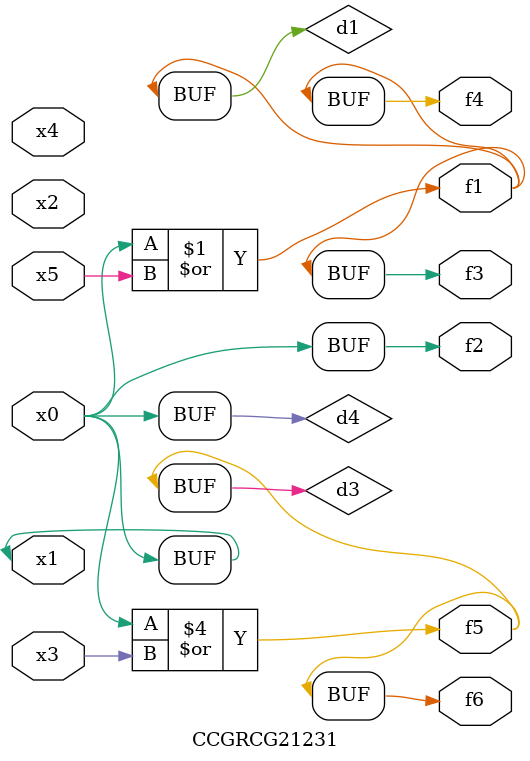
<source format=v>
module CCGRCG21231(
	input x0, x1, x2, x3, x4, x5,
	output f1, f2, f3, f4, f5, f6
);

	wire d1, d2, d3, d4;

	or (d1, x0, x5);
	xnor (d2, x1, x4);
	or (d3, x0, x3);
	buf (d4, x0, x1);
	assign f1 = d1;
	assign f2 = d4;
	assign f3 = d1;
	assign f4 = d1;
	assign f5 = d3;
	assign f6 = d3;
endmodule

</source>
